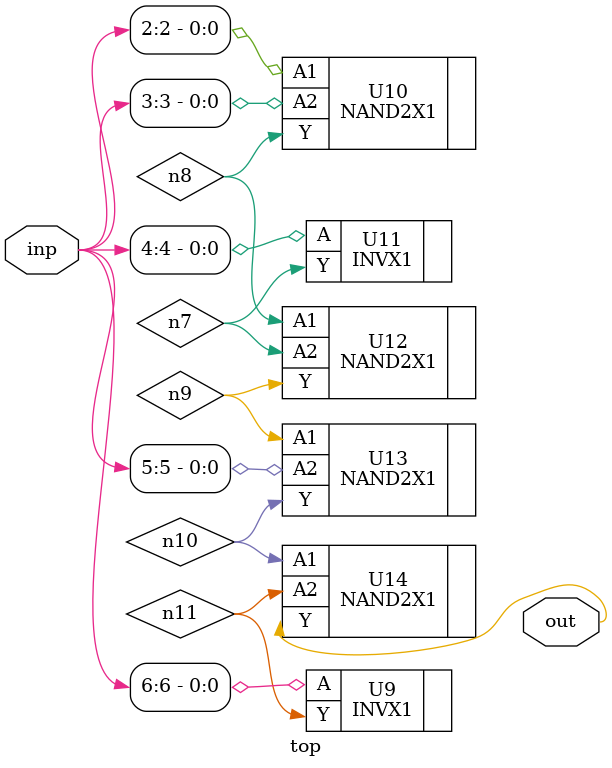
<source format=sv>


module top ( inp, out );
  input [6:0] inp;
  output out;
  wire   n7, n8, n9, n10, n11;

  INVX1 U9 ( .A(inp[6]), .Y(n11) );
  NAND2X1 U10 ( .A1(inp[2]), .A2(inp[3]), .Y(n8) );
  INVX1 U11 ( .A(inp[4]), .Y(n7) );
  NAND2X1 U12 ( .A1(n8), .A2(n7), .Y(n9) );
  NAND2X1 U13 ( .A1(n9), .A2(inp[5]), .Y(n10) );
  NAND2X1 U14 ( .A1(n10), .A2(n11), .Y(out) );
endmodule


</source>
